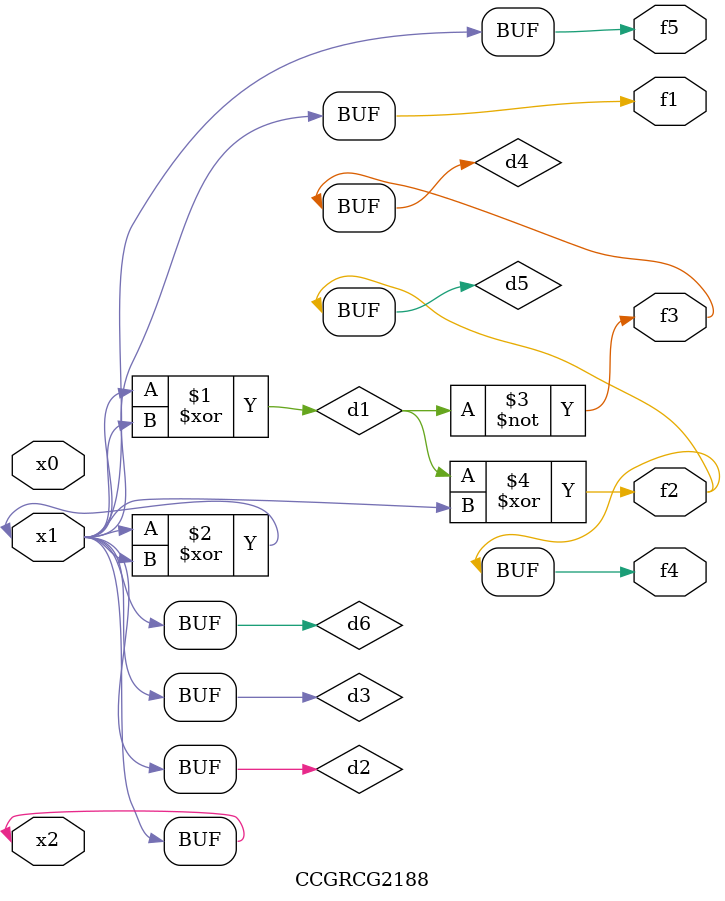
<source format=v>
module CCGRCG2188(
	input x0, x1, x2,
	output f1, f2, f3, f4, f5
);

	wire d1, d2, d3, d4, d5, d6;

	xor (d1, x1, x2);
	buf (d2, x1, x2);
	xor (d3, x1, x2);
	nor (d4, d1);
	xor (d5, d1, d2);
	buf (d6, d2, d3);
	assign f1 = d6;
	assign f2 = d5;
	assign f3 = d4;
	assign f4 = d5;
	assign f5 = d6;
endmodule

</source>
